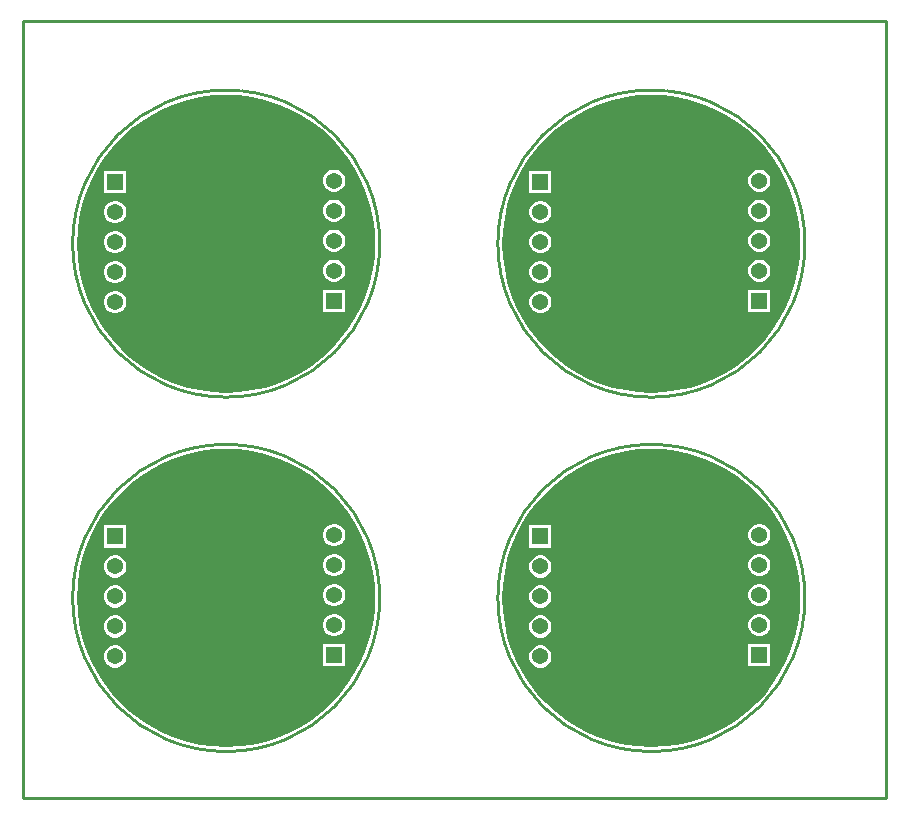
<source format=gbr>
%TF.GenerationSoftware,Altium Limited,Altium Designer,23.1.1 (15)*%
G04 Layer_Physical_Order=1*
G04 Layer_Color=255*
%FSLAX45Y45*%
%MOMM*%
%TF.SameCoordinates,57096F0C-A1BA-419E-BD28-F337C00074C1*%
%TF.FilePolarity,Positive*%
%TF.FileFunction,Copper,L1,Top,Signal*%
%TF.Part,CustomerPanel*%
G01*
G75*
%TA.AperFunction,NonConductor*%
%ADD10C,0.25400*%
%TA.AperFunction,ComponentPad*%
%ADD11R,1.37000X1.37000*%
%ADD12C,1.37000*%
G36*
X5429076Y5950729D02*
X5538214Y5936361D01*
X5645686Y5912535D01*
X5750672Y5879433D01*
X5852373Y5837307D01*
X5950015Y5786478D01*
X6042856Y5727331D01*
X6130189Y5660319D01*
X6211349Y5585949D01*
X6285718Y5504789D01*
X6352731Y5417457D01*
X6411877Y5324615D01*
X6462707Y5226973D01*
X6504833Y5125272D01*
X6537935Y5020286D01*
X6561761Y4912815D01*
X6576129Y4803676D01*
X6580931Y4693700D01*
X6576129Y4583724D01*
X6561761Y4474585D01*
X6537935Y4367114D01*
X6504833Y4262128D01*
X6462707Y4160427D01*
X6411877Y4062785D01*
X6352731Y3969944D01*
X6285718Y3882611D01*
X6211349Y3801451D01*
X6130189Y3727081D01*
X6042856Y3660069D01*
X5950015Y3600922D01*
X5852373Y3550093D01*
X5750672Y3507967D01*
X5645686Y3474865D01*
X5538214Y3451039D01*
X5429076Y3436671D01*
X5319100Y3431869D01*
X5209124Y3436671D01*
X5099985Y3451039D01*
X4992514Y3474865D01*
X4887528Y3507967D01*
X4785827Y3550093D01*
X4688184Y3600922D01*
X4595343Y3660069D01*
X4508011Y3727081D01*
X4426851Y3801451D01*
X4352481Y3882611D01*
X4285468Y3969944D01*
X4226322Y4062785D01*
X4175493Y4160427D01*
X4133367Y4262128D01*
X4100265Y4367114D01*
X4076439Y4474585D01*
X4062071Y4583724D01*
X4057269Y4693700D01*
X4062071Y4803676D01*
X4076439Y4912815D01*
X4100265Y5020286D01*
X4133367Y5125272D01*
X4175493Y5226973D01*
X4226322Y5324615D01*
X4285468Y5417457D01*
X4352481Y5504789D01*
X4426851Y5585949D01*
X4508011Y5660319D01*
X4595343Y5727331D01*
X4688184Y5786478D01*
X4785827Y5837307D01*
X4887528Y5879433D01*
X4992514Y5912535D01*
X5099985Y5936361D01*
X5209124Y5950729D01*
X5319100Y5955531D01*
X5429076Y5950729D01*
D02*
G37*
G36*
X1829076D02*
X1938215Y5936361D01*
X2045686Y5912535D01*
X2150672Y5879433D01*
X2252373Y5837307D01*
X2350015Y5786478D01*
X2442856Y5727331D01*
X2530189Y5660319D01*
X2611349Y5585949D01*
X2685719Y5504789D01*
X2752731Y5417457D01*
X2811878Y5324615D01*
X2862707Y5226973D01*
X2904833Y5125272D01*
X2937935Y5020286D01*
X2961761Y4912815D01*
X2976129Y4803676D01*
X2980931Y4693700D01*
X2976129Y4583724D01*
X2961761Y4474585D01*
X2937935Y4367114D01*
X2904833Y4262128D01*
X2862707Y4160427D01*
X2811878Y4062785D01*
X2752731Y3969944D01*
X2685719Y3882611D01*
X2611349Y3801451D01*
X2530189Y3727081D01*
X2442856Y3660069D01*
X2350015Y3600922D01*
X2252373Y3550093D01*
X2150672Y3507967D01*
X2045686Y3474865D01*
X1938215Y3451039D01*
X1829076Y3436671D01*
X1719100Y3431869D01*
X1609124Y3436671D01*
X1499985Y3451039D01*
X1392514Y3474865D01*
X1287528Y3507967D01*
X1185827Y3550093D01*
X1088185Y3600922D01*
X995343Y3660069D01*
X908011Y3727081D01*
X826851Y3801451D01*
X752481Y3882611D01*
X685469Y3969944D01*
X626322Y4062785D01*
X575493Y4160427D01*
X533367Y4262128D01*
X500265Y4367114D01*
X476439Y4474585D01*
X462071Y4583724D01*
X457269Y4693700D01*
X462071Y4803676D01*
X476439Y4912815D01*
X500265Y5020286D01*
X533367Y5125272D01*
X575493Y5226973D01*
X626322Y5324615D01*
X685469Y5417457D01*
X752481Y5504789D01*
X826851Y5585949D01*
X908011Y5660319D01*
X995343Y5727331D01*
X1088185Y5786478D01*
X1185827Y5837307D01*
X1287528Y5879433D01*
X1392514Y5912535D01*
X1499985Y5936361D01*
X1609124Y5950729D01*
X1719100Y5955531D01*
X1829076Y5950729D01*
D02*
G37*
G36*
X5429076Y2950729D02*
X5538214Y2936361D01*
X5645686Y2912535D01*
X5750672Y2879433D01*
X5852373Y2837307D01*
X5950015Y2786478D01*
X6042856Y2727331D01*
X6130189Y2660319D01*
X6211349Y2585949D01*
X6285718Y2504789D01*
X6352731Y2417456D01*
X6411877Y2324615D01*
X6462707Y2226973D01*
X6504833Y2125272D01*
X6537935Y2020286D01*
X6561761Y1912815D01*
X6576129Y1803676D01*
X6580931Y1693700D01*
X6576129Y1583724D01*
X6561761Y1474585D01*
X6537935Y1367114D01*
X6504833Y1262128D01*
X6462707Y1160427D01*
X6411877Y1062785D01*
X6352731Y969943D01*
X6285718Y882611D01*
X6211349Y801451D01*
X6130189Y727081D01*
X6042856Y660069D01*
X5950015Y600922D01*
X5852373Y550093D01*
X5750672Y507967D01*
X5645686Y474865D01*
X5538214Y451039D01*
X5429076Y436671D01*
X5319100Y431869D01*
X5209124Y436671D01*
X5099985Y451039D01*
X4992514Y474865D01*
X4887528Y507967D01*
X4785827Y550093D01*
X4688184Y600922D01*
X4595343Y660069D01*
X4508011Y727081D01*
X4426851Y801451D01*
X4352481Y882611D01*
X4285468Y969943D01*
X4226322Y1062785D01*
X4175493Y1160427D01*
X4133367Y1262128D01*
X4100265Y1367114D01*
X4076439Y1474585D01*
X4062071Y1583724D01*
X4057269Y1693700D01*
X4062071Y1803676D01*
X4076439Y1912815D01*
X4100265Y2020286D01*
X4133367Y2125272D01*
X4175493Y2226973D01*
X4226322Y2324615D01*
X4285468Y2417456D01*
X4352481Y2504789D01*
X4426851Y2585949D01*
X4508011Y2660319D01*
X4595343Y2727331D01*
X4688184Y2786478D01*
X4785827Y2837307D01*
X4887528Y2879433D01*
X4992514Y2912535D01*
X5099985Y2936361D01*
X5209124Y2950729D01*
X5319100Y2955531D01*
X5429076Y2950729D01*
D02*
G37*
G36*
X1829076D02*
X1938215Y2936361D01*
X2045686Y2912535D01*
X2150672Y2879433D01*
X2252373Y2837307D01*
X2350015Y2786478D01*
X2442856Y2727331D01*
X2530189Y2660319D01*
X2611349Y2585949D01*
X2685719Y2504789D01*
X2752731Y2417456D01*
X2811878Y2324615D01*
X2862707Y2226973D01*
X2904833Y2125272D01*
X2937935Y2020286D01*
X2961761Y1912815D01*
X2976129Y1803676D01*
X2980931Y1693700D01*
X2976129Y1583724D01*
X2961761Y1474585D01*
X2937935Y1367114D01*
X2904833Y1262128D01*
X2862707Y1160427D01*
X2811878Y1062785D01*
X2752731Y969943D01*
X2685719Y882611D01*
X2611349Y801451D01*
X2530189Y727081D01*
X2442856Y660069D01*
X2350015Y600922D01*
X2252373Y550093D01*
X2150672Y507967D01*
X2045686Y474865D01*
X1938215Y451039D01*
X1829076Y436671D01*
X1719100Y431869D01*
X1609124Y436671D01*
X1499985Y451039D01*
X1392514Y474865D01*
X1287528Y507967D01*
X1185827Y550093D01*
X1088185Y600922D01*
X995343Y660069D01*
X908011Y727081D01*
X826851Y801451D01*
X752481Y882611D01*
X685469Y969943D01*
X626322Y1062785D01*
X575493Y1160427D01*
X533367Y1262128D01*
X500265Y1367114D01*
X476439Y1474585D01*
X462071Y1583724D01*
X457269Y1693700D01*
X462071Y1803676D01*
X476439Y1912815D01*
X500265Y2020286D01*
X533367Y2125272D01*
X575493Y2226973D01*
X626322Y2324615D01*
X685469Y2417456D01*
X752481Y2504789D01*
X826851Y2585949D01*
X908011Y2660319D01*
X995343Y2727331D01*
X1088185Y2786478D01*
X1185827Y2837307D01*
X1287528Y2879433D01*
X1392514Y2912535D01*
X1499985Y2936361D01*
X1609124Y2950729D01*
X1719100Y2955531D01*
X1829076Y2950729D01*
D02*
G37*
%LPC*%
G36*
X6245862Y5321000D02*
X6221138D01*
X6197256Y5314601D01*
X6175844Y5302239D01*
X6158361Y5284756D01*
X6145999Y5263344D01*
X6139600Y5239462D01*
Y5214738D01*
X6145999Y5190856D01*
X6158361Y5169444D01*
X6175844Y5151961D01*
X6197256Y5139599D01*
X6221138Y5133200D01*
X6245862D01*
X6269744Y5139599D01*
X6291156Y5151961D01*
X6308639Y5169444D01*
X6321001Y5190856D01*
X6327400Y5214738D01*
Y5239462D01*
X6321001Y5263344D01*
X6308639Y5284756D01*
X6291156Y5302239D01*
X6269744Y5314601D01*
X6245862Y5321000D01*
D02*
G37*
G36*
X4473200Y5308300D02*
X4285400D01*
Y5120500D01*
X4473200D01*
Y5308300D01*
D02*
G37*
G36*
X6245862Y5067000D02*
X6221138D01*
X6197256Y5060601D01*
X6175844Y5048239D01*
X6158361Y5030756D01*
X6145999Y5009344D01*
X6139600Y4985462D01*
Y4960738D01*
X6145999Y4936856D01*
X6158361Y4915444D01*
X6175844Y4897961D01*
X6197256Y4885599D01*
X6221138Y4879200D01*
X6245862D01*
X6269744Y4885599D01*
X6291156Y4897961D01*
X6308639Y4915444D01*
X6321001Y4936856D01*
X6327400Y4960738D01*
Y4985462D01*
X6321001Y5009344D01*
X6308639Y5030756D01*
X6291156Y5048239D01*
X6269744Y5060601D01*
X6245862Y5067000D01*
D02*
G37*
G36*
X4391662Y5054300D02*
X4366938D01*
X4343056Y5047901D01*
X4321644Y5035539D01*
X4304161Y5018056D01*
X4291799Y4996644D01*
X4285400Y4972762D01*
Y4948038D01*
X4291799Y4924156D01*
X4304161Y4902744D01*
X4321644Y4885261D01*
X4343056Y4872899D01*
X4366938Y4866500D01*
X4391662D01*
X4415544Y4872899D01*
X4436956Y4885261D01*
X4454439Y4902744D01*
X4466801Y4924156D01*
X4473200Y4948038D01*
Y4972762D01*
X4466801Y4996644D01*
X4454439Y5018056D01*
X4436956Y5035539D01*
X4415544Y5047901D01*
X4391662Y5054300D01*
D02*
G37*
G36*
X6245862Y4813000D02*
X6221138D01*
X6197256Y4806601D01*
X6175844Y4794239D01*
X6158361Y4776756D01*
X6145999Y4755344D01*
X6139600Y4731462D01*
Y4706738D01*
X6145999Y4682856D01*
X6158361Y4661444D01*
X6175844Y4643961D01*
X6197256Y4631599D01*
X6221138Y4625200D01*
X6245862D01*
X6269744Y4631599D01*
X6291156Y4643961D01*
X6308639Y4661444D01*
X6321001Y4682856D01*
X6327400Y4706738D01*
Y4731462D01*
X6321001Y4755344D01*
X6308639Y4776756D01*
X6291156Y4794239D01*
X6269744Y4806601D01*
X6245862Y4813000D01*
D02*
G37*
G36*
X4391662Y4800300D02*
X4366938D01*
X4343056Y4793901D01*
X4321644Y4781539D01*
X4304161Y4764056D01*
X4291799Y4742644D01*
X4285400Y4718762D01*
Y4694038D01*
X4291799Y4670156D01*
X4304161Y4648744D01*
X4321644Y4631261D01*
X4343056Y4618899D01*
X4366938Y4612500D01*
X4391662D01*
X4415544Y4618899D01*
X4436956Y4631261D01*
X4454439Y4648744D01*
X4466801Y4670156D01*
X4473200Y4694038D01*
Y4718762D01*
X4466801Y4742644D01*
X4454439Y4764056D01*
X4436956Y4781539D01*
X4415544Y4793901D01*
X4391662Y4800300D01*
D02*
G37*
G36*
X6245862Y4559000D02*
X6221138D01*
X6197256Y4552601D01*
X6175844Y4540239D01*
X6158361Y4522756D01*
X6145999Y4501344D01*
X6139600Y4477462D01*
Y4452738D01*
X6145999Y4428856D01*
X6158361Y4407444D01*
X6175844Y4389961D01*
X6197256Y4377599D01*
X6221138Y4371200D01*
X6245862D01*
X6269744Y4377599D01*
X6291156Y4389961D01*
X6308639Y4407444D01*
X6321001Y4428856D01*
X6327400Y4452738D01*
Y4477462D01*
X6321001Y4501344D01*
X6308639Y4522756D01*
X6291156Y4540239D01*
X6269744Y4552601D01*
X6245862Y4559000D01*
D02*
G37*
G36*
X4391662Y4546300D02*
X4366938D01*
X4343056Y4539901D01*
X4321644Y4527539D01*
X4304161Y4510056D01*
X4291799Y4488644D01*
X4285400Y4464762D01*
Y4440038D01*
X4291799Y4416156D01*
X4304161Y4394744D01*
X4321644Y4377261D01*
X4343056Y4364899D01*
X4366938Y4358500D01*
X4391662D01*
X4415544Y4364899D01*
X4436956Y4377261D01*
X4454439Y4394744D01*
X4466801Y4416156D01*
X4473200Y4440038D01*
Y4464762D01*
X4466801Y4488644D01*
X4454439Y4510056D01*
X4436956Y4527539D01*
X4415544Y4539901D01*
X4391662Y4546300D01*
D02*
G37*
G36*
X6327400Y4305000D02*
X6139600D01*
Y4117200D01*
X6327400D01*
Y4305000D01*
D02*
G37*
G36*
X4391662Y4292300D02*
X4366938D01*
X4343056Y4285901D01*
X4321644Y4273539D01*
X4304161Y4256056D01*
X4291799Y4234644D01*
X4285400Y4210762D01*
Y4186038D01*
X4291799Y4162156D01*
X4304161Y4140744D01*
X4321644Y4123261D01*
X4343056Y4110899D01*
X4366938Y4104500D01*
X4391662D01*
X4415544Y4110899D01*
X4436956Y4123261D01*
X4454439Y4140744D01*
X4466801Y4162156D01*
X4473200Y4186038D01*
Y4210762D01*
X4466801Y4234644D01*
X4454439Y4256056D01*
X4436956Y4273539D01*
X4415544Y4285901D01*
X4391662Y4292300D01*
D02*
G37*
G36*
X2645862Y5321000D02*
X2621138D01*
X2597256Y5314601D01*
X2575844Y5302239D01*
X2558361Y5284756D01*
X2545999Y5263344D01*
X2539600Y5239462D01*
Y5214738D01*
X2545999Y5190856D01*
X2558361Y5169444D01*
X2575844Y5151961D01*
X2597256Y5139599D01*
X2621138Y5133200D01*
X2645862D01*
X2669744Y5139599D01*
X2691156Y5151961D01*
X2708639Y5169444D01*
X2721001Y5190856D01*
X2727400Y5214738D01*
Y5239462D01*
X2721001Y5263344D01*
X2708639Y5284756D01*
X2691156Y5302239D01*
X2669744Y5314601D01*
X2645862Y5321000D01*
D02*
G37*
G36*
X873200Y5308300D02*
X685400D01*
Y5120500D01*
X873200D01*
Y5308300D01*
D02*
G37*
G36*
X2645862Y5067000D02*
X2621138D01*
X2597256Y5060601D01*
X2575844Y5048239D01*
X2558361Y5030756D01*
X2545999Y5009344D01*
X2539600Y4985462D01*
Y4960738D01*
X2545999Y4936856D01*
X2558361Y4915444D01*
X2575844Y4897961D01*
X2597256Y4885599D01*
X2621138Y4879200D01*
X2645862D01*
X2669744Y4885599D01*
X2691156Y4897961D01*
X2708639Y4915444D01*
X2721001Y4936856D01*
X2727400Y4960738D01*
Y4985462D01*
X2721001Y5009344D01*
X2708639Y5030756D01*
X2691156Y5048239D01*
X2669744Y5060601D01*
X2645862Y5067000D01*
D02*
G37*
G36*
X791662Y5054300D02*
X766938D01*
X743056Y5047901D01*
X721644Y5035539D01*
X704161Y5018056D01*
X691799Y4996644D01*
X685400Y4972762D01*
Y4948038D01*
X691799Y4924156D01*
X704161Y4902744D01*
X721644Y4885261D01*
X743056Y4872899D01*
X766938Y4866500D01*
X791662D01*
X815544Y4872899D01*
X836956Y4885261D01*
X854439Y4902744D01*
X866801Y4924156D01*
X873200Y4948038D01*
Y4972762D01*
X866801Y4996644D01*
X854439Y5018056D01*
X836956Y5035539D01*
X815544Y5047901D01*
X791662Y5054300D01*
D02*
G37*
G36*
X2645862Y4813000D02*
X2621138D01*
X2597256Y4806601D01*
X2575844Y4794239D01*
X2558361Y4776756D01*
X2545999Y4755344D01*
X2539600Y4731462D01*
Y4706738D01*
X2545999Y4682856D01*
X2558361Y4661444D01*
X2575844Y4643961D01*
X2597256Y4631599D01*
X2621138Y4625200D01*
X2645862D01*
X2669744Y4631599D01*
X2691156Y4643961D01*
X2708639Y4661444D01*
X2721001Y4682856D01*
X2727400Y4706738D01*
Y4731462D01*
X2721001Y4755344D01*
X2708639Y4776756D01*
X2691156Y4794239D01*
X2669744Y4806601D01*
X2645862Y4813000D01*
D02*
G37*
G36*
X791662Y4800300D02*
X766938D01*
X743056Y4793901D01*
X721644Y4781539D01*
X704161Y4764056D01*
X691799Y4742644D01*
X685400Y4718762D01*
Y4694038D01*
X691799Y4670156D01*
X704161Y4648744D01*
X721644Y4631261D01*
X743056Y4618899D01*
X766938Y4612500D01*
X791662D01*
X815544Y4618899D01*
X836956Y4631261D01*
X854439Y4648744D01*
X866801Y4670156D01*
X873200Y4694038D01*
Y4718762D01*
X866801Y4742644D01*
X854439Y4764056D01*
X836956Y4781539D01*
X815544Y4793901D01*
X791662Y4800300D01*
D02*
G37*
G36*
X2645862Y4559000D02*
X2621138D01*
X2597256Y4552601D01*
X2575844Y4540239D01*
X2558361Y4522756D01*
X2545999Y4501344D01*
X2539600Y4477462D01*
Y4452738D01*
X2545999Y4428856D01*
X2558361Y4407444D01*
X2575844Y4389961D01*
X2597256Y4377599D01*
X2621138Y4371200D01*
X2645862D01*
X2669744Y4377599D01*
X2691156Y4389961D01*
X2708639Y4407444D01*
X2721001Y4428856D01*
X2727400Y4452738D01*
Y4477462D01*
X2721001Y4501344D01*
X2708639Y4522756D01*
X2691156Y4540239D01*
X2669744Y4552601D01*
X2645862Y4559000D01*
D02*
G37*
G36*
X791662Y4546300D02*
X766938D01*
X743056Y4539901D01*
X721644Y4527539D01*
X704161Y4510056D01*
X691799Y4488644D01*
X685400Y4464762D01*
Y4440038D01*
X691799Y4416156D01*
X704161Y4394744D01*
X721644Y4377261D01*
X743056Y4364899D01*
X766938Y4358500D01*
X791662D01*
X815544Y4364899D01*
X836956Y4377261D01*
X854439Y4394744D01*
X866801Y4416156D01*
X873200Y4440038D01*
Y4464762D01*
X866801Y4488644D01*
X854439Y4510056D01*
X836956Y4527539D01*
X815544Y4539901D01*
X791662Y4546300D01*
D02*
G37*
G36*
X2727400Y4305000D02*
X2539600D01*
Y4117200D01*
X2727400D01*
Y4305000D01*
D02*
G37*
G36*
X791662Y4292300D02*
X766938D01*
X743056Y4285901D01*
X721644Y4273539D01*
X704161Y4256056D01*
X691799Y4234644D01*
X685400Y4210762D01*
Y4186038D01*
X691799Y4162156D01*
X704161Y4140744D01*
X721644Y4123261D01*
X743056Y4110899D01*
X766938Y4104500D01*
X791662D01*
X815544Y4110899D01*
X836956Y4123261D01*
X854439Y4140744D01*
X866801Y4162156D01*
X873200Y4186038D01*
Y4210762D01*
X866801Y4234644D01*
X854439Y4256056D01*
X836956Y4273539D01*
X815544Y4285901D01*
X791662Y4292300D01*
D02*
G37*
G36*
X6245862Y2321000D02*
X6221138D01*
X6197256Y2314601D01*
X6175844Y2302239D01*
X6158361Y2284756D01*
X6145999Y2263344D01*
X6139600Y2239462D01*
Y2214738D01*
X6145999Y2190856D01*
X6158361Y2169444D01*
X6175844Y2151961D01*
X6197256Y2139599D01*
X6221138Y2133200D01*
X6245862D01*
X6269744Y2139599D01*
X6291156Y2151961D01*
X6308639Y2169444D01*
X6321001Y2190856D01*
X6327400Y2214738D01*
Y2239462D01*
X6321001Y2263344D01*
X6308639Y2284756D01*
X6291156Y2302239D01*
X6269744Y2314601D01*
X6245862Y2321000D01*
D02*
G37*
G36*
X4473200Y2308300D02*
X4285400D01*
Y2120500D01*
X4473200D01*
Y2308300D01*
D02*
G37*
G36*
X6245862Y2067000D02*
X6221138D01*
X6197256Y2060601D01*
X6175844Y2048239D01*
X6158361Y2030756D01*
X6145999Y2009344D01*
X6139600Y1985462D01*
Y1960738D01*
X6145999Y1936856D01*
X6158361Y1915444D01*
X6175844Y1897961D01*
X6197256Y1885599D01*
X6221138Y1879200D01*
X6245862D01*
X6269744Y1885599D01*
X6291156Y1897961D01*
X6308639Y1915444D01*
X6321001Y1936856D01*
X6327400Y1960738D01*
Y1985462D01*
X6321001Y2009344D01*
X6308639Y2030756D01*
X6291156Y2048239D01*
X6269744Y2060601D01*
X6245862Y2067000D01*
D02*
G37*
G36*
X4391662Y2054300D02*
X4366938D01*
X4343056Y2047901D01*
X4321644Y2035539D01*
X4304161Y2018056D01*
X4291799Y1996644D01*
X4285400Y1972762D01*
Y1948038D01*
X4291799Y1924156D01*
X4304161Y1902744D01*
X4321644Y1885261D01*
X4343056Y1872899D01*
X4366938Y1866500D01*
X4391662D01*
X4415544Y1872899D01*
X4436956Y1885261D01*
X4454439Y1902744D01*
X4466801Y1924156D01*
X4473200Y1948038D01*
Y1972762D01*
X4466801Y1996644D01*
X4454439Y2018056D01*
X4436956Y2035539D01*
X4415544Y2047901D01*
X4391662Y2054300D01*
D02*
G37*
G36*
X6245862Y1813000D02*
X6221138D01*
X6197256Y1806601D01*
X6175844Y1794239D01*
X6158361Y1776756D01*
X6145999Y1755344D01*
X6139600Y1731462D01*
Y1706738D01*
X6145999Y1682856D01*
X6158361Y1661444D01*
X6175844Y1643961D01*
X6197256Y1631599D01*
X6221138Y1625200D01*
X6245862D01*
X6269744Y1631599D01*
X6291156Y1643961D01*
X6308639Y1661444D01*
X6321001Y1682856D01*
X6327400Y1706738D01*
Y1731462D01*
X6321001Y1755344D01*
X6308639Y1776756D01*
X6291156Y1794239D01*
X6269744Y1806601D01*
X6245862Y1813000D01*
D02*
G37*
G36*
X4391662Y1800300D02*
X4366938D01*
X4343056Y1793901D01*
X4321644Y1781539D01*
X4304161Y1764056D01*
X4291799Y1742644D01*
X4285400Y1718762D01*
Y1694038D01*
X4291799Y1670156D01*
X4304161Y1648744D01*
X4321644Y1631261D01*
X4343056Y1618899D01*
X4366938Y1612500D01*
X4391662D01*
X4415544Y1618899D01*
X4436956Y1631261D01*
X4454439Y1648744D01*
X4466801Y1670156D01*
X4473200Y1694038D01*
Y1718762D01*
X4466801Y1742644D01*
X4454439Y1764056D01*
X4436956Y1781539D01*
X4415544Y1793901D01*
X4391662Y1800300D01*
D02*
G37*
G36*
X6245862Y1559000D02*
X6221138D01*
X6197256Y1552601D01*
X6175844Y1540239D01*
X6158361Y1522756D01*
X6145999Y1501344D01*
X6139600Y1477462D01*
Y1452738D01*
X6145999Y1428856D01*
X6158361Y1407444D01*
X6175844Y1389961D01*
X6197256Y1377599D01*
X6221138Y1371200D01*
X6245862D01*
X6269744Y1377599D01*
X6291156Y1389961D01*
X6308639Y1407444D01*
X6321001Y1428856D01*
X6327400Y1452738D01*
Y1477462D01*
X6321001Y1501344D01*
X6308639Y1522756D01*
X6291156Y1540239D01*
X6269744Y1552601D01*
X6245862Y1559000D01*
D02*
G37*
G36*
X4391662Y1546300D02*
X4366938D01*
X4343056Y1539901D01*
X4321644Y1527539D01*
X4304161Y1510056D01*
X4291799Y1488644D01*
X4285400Y1464762D01*
Y1440038D01*
X4291799Y1416156D01*
X4304161Y1394744D01*
X4321644Y1377261D01*
X4343056Y1364899D01*
X4366938Y1358500D01*
X4391662D01*
X4415544Y1364899D01*
X4436956Y1377261D01*
X4454439Y1394744D01*
X4466801Y1416156D01*
X4473200Y1440038D01*
Y1464762D01*
X4466801Y1488644D01*
X4454439Y1510056D01*
X4436956Y1527539D01*
X4415544Y1539901D01*
X4391662Y1546300D01*
D02*
G37*
G36*
X6327400Y1305000D02*
X6139600D01*
Y1117200D01*
X6327400D01*
Y1305000D01*
D02*
G37*
G36*
X4391662Y1292300D02*
X4366938D01*
X4343056Y1285901D01*
X4321644Y1273539D01*
X4304161Y1256056D01*
X4291799Y1234644D01*
X4285400Y1210762D01*
Y1186038D01*
X4291799Y1162156D01*
X4304161Y1140744D01*
X4321644Y1123261D01*
X4343056Y1110899D01*
X4366938Y1104500D01*
X4391662D01*
X4415544Y1110899D01*
X4436956Y1123261D01*
X4454439Y1140744D01*
X4466801Y1162156D01*
X4473200Y1186038D01*
Y1210762D01*
X4466801Y1234644D01*
X4454439Y1256056D01*
X4436956Y1273539D01*
X4415544Y1285901D01*
X4391662Y1292300D01*
D02*
G37*
G36*
X2645862Y2321000D02*
X2621138D01*
X2597256Y2314601D01*
X2575844Y2302239D01*
X2558361Y2284756D01*
X2545999Y2263344D01*
X2539600Y2239462D01*
Y2214738D01*
X2545999Y2190856D01*
X2558361Y2169444D01*
X2575844Y2151961D01*
X2597256Y2139599D01*
X2621138Y2133200D01*
X2645862D01*
X2669744Y2139599D01*
X2691156Y2151961D01*
X2708639Y2169444D01*
X2721001Y2190856D01*
X2727400Y2214738D01*
Y2239462D01*
X2721001Y2263344D01*
X2708639Y2284756D01*
X2691156Y2302239D01*
X2669744Y2314601D01*
X2645862Y2321000D01*
D02*
G37*
G36*
X873200Y2308300D02*
X685400D01*
Y2120500D01*
X873200D01*
Y2308300D01*
D02*
G37*
G36*
X2645862Y2067000D02*
X2621138D01*
X2597256Y2060601D01*
X2575844Y2048239D01*
X2558361Y2030756D01*
X2545999Y2009344D01*
X2539600Y1985462D01*
Y1960738D01*
X2545999Y1936856D01*
X2558361Y1915444D01*
X2575844Y1897961D01*
X2597256Y1885599D01*
X2621138Y1879200D01*
X2645862D01*
X2669744Y1885599D01*
X2691156Y1897961D01*
X2708639Y1915444D01*
X2721001Y1936856D01*
X2727400Y1960738D01*
Y1985462D01*
X2721001Y2009344D01*
X2708639Y2030756D01*
X2691156Y2048239D01*
X2669744Y2060601D01*
X2645862Y2067000D01*
D02*
G37*
G36*
X791662Y2054300D02*
X766938D01*
X743056Y2047901D01*
X721644Y2035539D01*
X704161Y2018056D01*
X691799Y1996644D01*
X685400Y1972762D01*
Y1948038D01*
X691799Y1924156D01*
X704161Y1902744D01*
X721644Y1885261D01*
X743056Y1872899D01*
X766938Y1866500D01*
X791662D01*
X815544Y1872899D01*
X836956Y1885261D01*
X854439Y1902744D01*
X866801Y1924156D01*
X873200Y1948038D01*
Y1972762D01*
X866801Y1996644D01*
X854439Y2018056D01*
X836956Y2035539D01*
X815544Y2047901D01*
X791662Y2054300D01*
D02*
G37*
G36*
X2645862Y1813000D02*
X2621138D01*
X2597256Y1806601D01*
X2575844Y1794239D01*
X2558361Y1776756D01*
X2545999Y1755344D01*
X2539600Y1731462D01*
Y1706738D01*
X2545999Y1682856D01*
X2558361Y1661444D01*
X2575844Y1643961D01*
X2597256Y1631599D01*
X2621138Y1625200D01*
X2645862D01*
X2669744Y1631599D01*
X2691156Y1643961D01*
X2708639Y1661444D01*
X2721001Y1682856D01*
X2727400Y1706738D01*
Y1731462D01*
X2721001Y1755344D01*
X2708639Y1776756D01*
X2691156Y1794239D01*
X2669744Y1806601D01*
X2645862Y1813000D01*
D02*
G37*
G36*
X791662Y1800300D02*
X766938D01*
X743056Y1793901D01*
X721644Y1781539D01*
X704161Y1764056D01*
X691799Y1742644D01*
X685400Y1718762D01*
Y1694038D01*
X691799Y1670156D01*
X704161Y1648744D01*
X721644Y1631261D01*
X743056Y1618899D01*
X766938Y1612500D01*
X791662D01*
X815544Y1618899D01*
X836956Y1631261D01*
X854439Y1648744D01*
X866801Y1670156D01*
X873200Y1694038D01*
Y1718762D01*
X866801Y1742644D01*
X854439Y1764056D01*
X836956Y1781539D01*
X815544Y1793901D01*
X791662Y1800300D01*
D02*
G37*
G36*
X2645862Y1559000D02*
X2621138D01*
X2597256Y1552601D01*
X2575844Y1540239D01*
X2558361Y1522756D01*
X2545999Y1501344D01*
X2539600Y1477462D01*
Y1452738D01*
X2545999Y1428856D01*
X2558361Y1407444D01*
X2575844Y1389961D01*
X2597256Y1377599D01*
X2621138Y1371200D01*
X2645862D01*
X2669744Y1377599D01*
X2691156Y1389961D01*
X2708639Y1407444D01*
X2721001Y1428856D01*
X2727400Y1452738D01*
Y1477462D01*
X2721001Y1501344D01*
X2708639Y1522756D01*
X2691156Y1540239D01*
X2669744Y1552601D01*
X2645862Y1559000D01*
D02*
G37*
G36*
X791662Y1546300D02*
X766938D01*
X743056Y1539901D01*
X721644Y1527539D01*
X704161Y1510056D01*
X691799Y1488644D01*
X685400Y1464762D01*
Y1440038D01*
X691799Y1416156D01*
X704161Y1394744D01*
X721644Y1377261D01*
X743056Y1364899D01*
X766938Y1358500D01*
X791662D01*
X815544Y1364899D01*
X836956Y1377261D01*
X854439Y1394744D01*
X866801Y1416156D01*
X873200Y1440038D01*
Y1464762D01*
X866801Y1488644D01*
X854439Y1510056D01*
X836956Y1527539D01*
X815544Y1539901D01*
X791662Y1546300D01*
D02*
G37*
G36*
X2727400Y1305000D02*
X2539600D01*
Y1117200D01*
X2727400D01*
Y1305000D01*
D02*
G37*
G36*
X791662Y1292300D02*
X766938D01*
X743056Y1285901D01*
X721644Y1273539D01*
X704161Y1256056D01*
X691799Y1234644D01*
X685400Y1210762D01*
Y1186038D01*
X691799Y1162156D01*
X704161Y1140744D01*
X721644Y1123261D01*
X743056Y1110899D01*
X766938Y1104500D01*
X791662D01*
X815544Y1110899D01*
X836956Y1123261D01*
X854439Y1140744D01*
X866801Y1162156D01*
X873200Y1186038D01*
Y1210762D01*
X866801Y1234644D01*
X854439Y1256056D01*
X836956Y1273539D01*
X815544Y1285901D01*
X791662Y1292300D01*
D02*
G37*
%LPD*%
D10*
X0Y0D02*
X7302500D01*
X0Y6578600D02*
X7302500D01*
Y0D02*
Y6578600D01*
X0Y0D02*
Y6578600D01*
X3019100Y1693700D02*
G03*
X3019100Y1693700I-1300000J0D01*
G01*
X6619100D02*
G03*
X6619100Y1693700I-1300000J0D01*
G01*
X3019100Y4693700D02*
G03*
X3019100Y4693700I-1300000J0D01*
G01*
X6619100D02*
G03*
X6619100Y4693700I-1300000J0D01*
G01*
D11*
X2633500Y1211100D02*
D03*
X779300Y2214400D02*
D03*
X6233500Y1211100D02*
D03*
X4379300Y2214400D02*
D03*
X2633500Y4211100D02*
D03*
X779300Y5214400D02*
D03*
X6233500Y4211100D02*
D03*
X4379300Y5214400D02*
D03*
D12*
X2633500Y1465100D02*
D03*
Y1719100D02*
D03*
Y1973100D02*
D03*
Y2227100D02*
D03*
X779300Y1960400D02*
D03*
Y1706400D02*
D03*
Y1452400D02*
D03*
Y1198400D02*
D03*
X6233500Y1465100D02*
D03*
Y1719100D02*
D03*
Y1973100D02*
D03*
Y2227100D02*
D03*
X4379300Y1960400D02*
D03*
Y1706400D02*
D03*
Y1452400D02*
D03*
Y1198400D02*
D03*
X2633500Y4465100D02*
D03*
Y4719100D02*
D03*
Y4973100D02*
D03*
Y5227100D02*
D03*
X779300Y4960400D02*
D03*
Y4706400D02*
D03*
Y4452400D02*
D03*
Y4198400D02*
D03*
X6233500Y4465100D02*
D03*
Y4719100D02*
D03*
Y4973100D02*
D03*
Y5227100D02*
D03*
X4379300Y4960400D02*
D03*
Y4706400D02*
D03*
Y4452400D02*
D03*
Y4198400D02*
D03*
%TF.MD5,5cb55ed2313da1d442a50582f0e483ae*%
M02*

</source>
